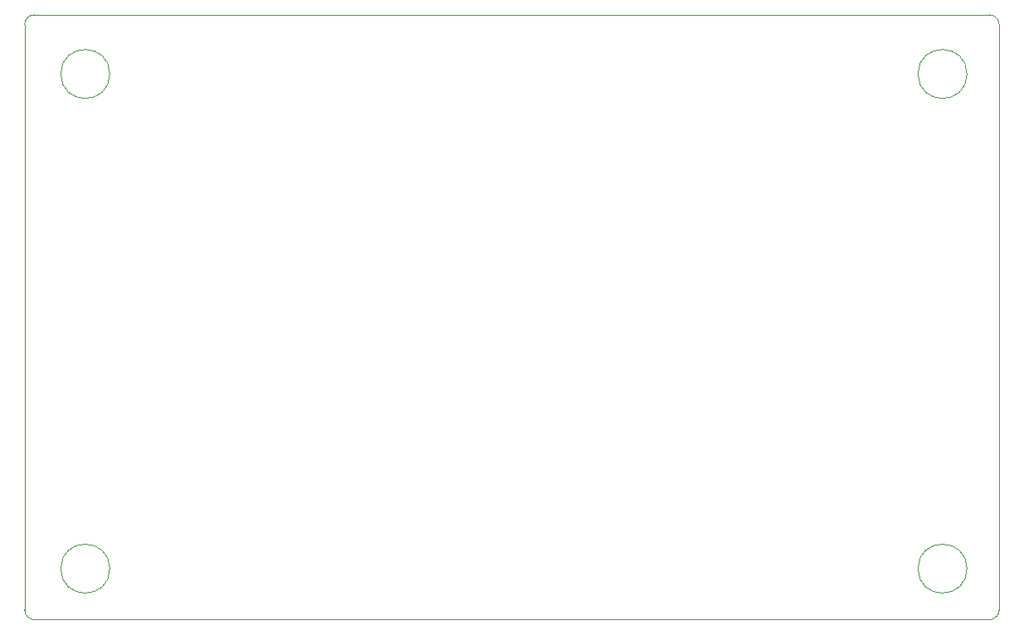
<source format=gbr>
%TF.GenerationSoftware,KiCad,Pcbnew,8.0.7-8.0.7-0~ubuntu20.04.1*%
%TF.CreationDate,2025-01-31T01:02:47+05:30*%
%TF.ProjectId,Buck_Converter_12V_3V3,4275636b-5f43-46f6-9e76-65727465725f,rev?*%
%TF.SameCoordinates,Original*%
%TF.FileFunction,Profile,NP*%
%FSLAX46Y46*%
G04 Gerber Fmt 4.6, Leading zero omitted, Abs format (unit mm)*
G04 Created by KiCad (PCBNEW 8.0.7-8.0.7-0~ubuntu20.04.1) date 2025-01-31 01:02:47*
%MOMM*%
%LPD*%
G01*
G04 APERTURE LIST*
%TA.AperFunction,Profile*%
%ADD10C,0.050000*%
%TD*%
G04 APERTURE END LIST*
D10*
X80710000Y-57370000D02*
G75*
G02*
X75710000Y-57370000I-2500000J0D01*
G01*
X75710000Y-57370000D02*
G75*
G02*
X80710000Y-57370000I2500000J0D01*
G01*
X72020000Y-52330000D02*
G75*
G02*
X73020000Y-51330000I1000000J0D01*
G01*
X168170000Y-57370000D02*
G75*
G02*
X163170000Y-57370000I-2500000J0D01*
G01*
X163170000Y-57370000D02*
G75*
G02*
X168170000Y-57370000I2500000J0D01*
G01*
X73020000Y-113100000D02*
G75*
G02*
X72020000Y-112100000I0J1000000D01*
G01*
X72020000Y-112100000D02*
X72020000Y-52330000D01*
X73020000Y-51330000D02*
X170460000Y-51330000D01*
X171460000Y-52330000D02*
X171460000Y-112100000D01*
X168170000Y-107890000D02*
G75*
G02*
X163170000Y-107890000I-2500000J0D01*
G01*
X163170000Y-107890000D02*
G75*
G02*
X168170000Y-107890000I2500000J0D01*
G01*
X80710000Y-107890000D02*
G75*
G02*
X75710000Y-107890000I-2500000J0D01*
G01*
X75710000Y-107890000D02*
G75*
G02*
X80710000Y-107890000I2500000J0D01*
G01*
X170460000Y-113100000D02*
X73020000Y-113100000D01*
X171460000Y-112100000D02*
G75*
G02*
X170460000Y-113100000I-1000000J0D01*
G01*
X170460000Y-51330000D02*
G75*
G02*
X171460000Y-52330000I0J-1000000D01*
G01*
M02*

</source>
